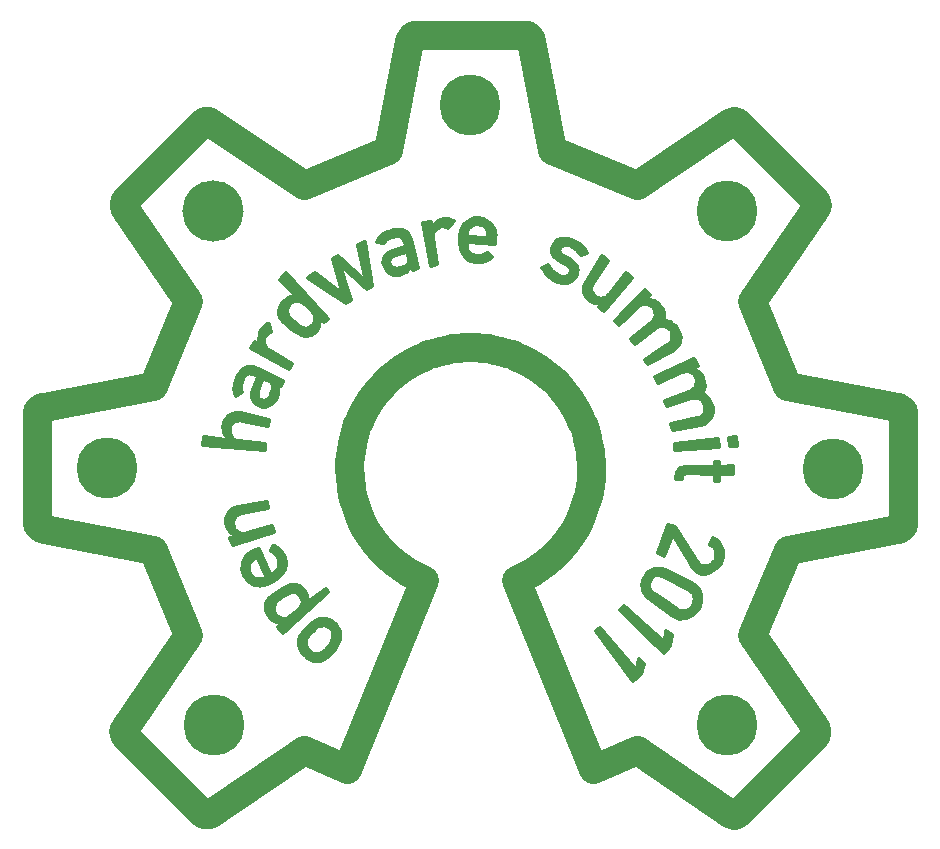
<source format=gbr>
G04 start of page 6 for group -4063 idx -4063 *
G04 Title: (unknown), componentmask *
G04 Creator: pcb 20091103 *
G04 CreationDate: Fri Aug 12 04:18:29 2011 UTC *
G04 For: oskay *
G04 Format: Gerber/RS-274X *
G04 PCB-Dimensions: 305000 295000 *
G04 PCB-Coordinate-Origin: lower left *
%MOIN*%
%FSLAX25Y25*%
%LNFRONTMASK*%
%ADD16C,0.2030*%
%ADD17C,0.0120*%
%ADD18C,0.0240*%
%ADD19C,0.0950*%
%ADD33C,0.2040*%
G54D16*X237339Y209769D03*
Y38469D03*
X272739Y123969D03*
X151739Y245269D03*
X66139Y38469D03*
X30539Y124069D03*
G54D33*X66039Y209769D03*
G54D17*X83833Y112655D02*X84148Y110919D01*
X83833Y112656D02*X84148Y110919D01*
X77339Y102380D02*X85640Y104772D01*
X77339Y102381D02*X85640Y104772D01*
X86264Y102862D01*
X72516Y98419D02*X86264Y102862D01*
X76544Y102229D02*X77339Y102381D01*
G54D18*X73039Y100169D02*X85039Y103569D01*
X73039Y100169D02*Y99569D01*
X77839Y101169D01*
G54D17*X74467Y102658D02*X75096Y102381D01*
X75793Y102233D01*
X72966Y101127D02*X73088Y101180D01*
X72998Y101931D02*X73111Y101870D01*
X72544Y102169D02*X72998Y101931D01*
G54D18*X73539Y102469D02*X76939Y100769D01*
X85039Y103569D01*
G54D17*X72224Y110458D02*X73125Y110969D01*
X74214Y111267D01*
G54D18*X73939Y110069D02*X75439Y110269D01*
G54D17*X74901Y108836D02*X75673Y109080D01*
X74239Y108472D02*X74901Y108836D01*
X75673Y109081D01*
G54D18*X73639Y109169D02*X76039Y110169D01*
G54D17*X74214Y111267D02*X83833Y112655D01*
X74214Y111267D02*X83833Y112656D01*
X75673Y109080D02*X84148Y110919D01*
X75673Y109081D02*X84148Y110919D01*
G54D18*X75439Y110269D02*X83039Y111669D01*
G54D17*X73693Y108008D02*X74239Y108472D01*
X73267Y107461D02*X73693Y108008D01*
X72967Y106849D02*X73267Y107461D01*
X72796Y106192D02*X72967Y106849D01*
G54D18*X71839Y108869D02*X73939Y110069D01*
X72339Y107669D02*X73639Y109169D01*
G54D17*X72760Y105506D02*X72796Y106192D01*
X72760Y105506D02*X72864Y104811D01*
X73103Y104142D01*
X73458Y103552D01*
X73916Y103053D01*
X74467Y102658D01*
G54D18*X72539Y103369D02*X73539Y102469D01*
G54D17*X74467Y102658D02*X75096Y102380D01*
X75793Y102233D01*
X76544Y102229D01*
X77339Y102380D01*
X71783Y100779D02*X72516Y98419D01*
X73281Y101544D02*Y101512D01*
X73260Y101668D02*X73281Y101544D01*
X73201Y101780D02*X73260Y101668D01*
X73111Y101870D02*X73201Y101780D01*
X72966Y101126D02*X73088Y101180D01*
X73187Y101269D01*
X73254Y101383D01*
X73281Y101512D01*
X72544Y102169D02*X73111Y101870D01*
X71783Y100779D02*X72966Y101126D01*
X71783Y100779D02*X72966Y101127D01*
X72115Y102489D02*X72544Y102169D01*
X71716Y102878D02*X72115Y102489D01*
X71353Y103324D02*X71716Y102878D01*
X71033Y103816D02*X71353Y103324D01*
X70762Y104339D02*X71033Y103816D01*
X70547Y104883D02*X70762Y104339D01*
X70394Y105435D02*X70547Y104883D01*
G54D18*X71439Y105969D02*X72539Y103369D01*
G54D17*X70298Y106274D02*X70394Y105435D01*
X70298Y106274D02*X70356Y107178D01*
X70573Y108096D01*
G54D18*X71439Y105969D02*X71839Y108869D01*
G54D17*X70573Y108096D02*X70954Y108978D01*
X71502Y109778D01*
X70954Y108978D02*X71502Y109779D01*
Y109778D02*X72224Y110458D01*
X71502Y109779D02*X72224Y110458D01*
G54D19*X116790Y103939D02*X118360Y101455D01*
X115401Y106542D02*X116790Y103939D01*
X118360Y101455D02*X120103Y99098D01*
X114202Y109254D02*X115401Y106542D01*
X113201Y112068D02*X114202Y109254D01*
X112407Y114973D02*X113201Y112068D01*
X111829Y117963D02*X112407Y114973D01*
X111476Y121027D02*X111829Y117963D01*
X111356Y124157D02*X111476Y121027D01*
X111356Y124157D02*X111409Y126231D01*
X111564Y128278D01*
X111821Y130295D01*
X112175Y132280D01*
X112625Y134230D01*
X113168Y136143D01*
X113801Y138015D01*
X114523Y139845D01*
X115330Y141630D01*
X116219Y143368D01*
X117189Y145056D01*
X118237Y146690D01*
X119361Y148271D01*
X120557Y149793D01*
X121823Y151256D01*
X123158Y152654D01*
X124557Y153989D01*
G54D17*X74214Y142619D02*X75326Y142485D01*
X84740Y140125D01*
X84283Y138105D02*X84740Y140125D01*
X75847Y139951D02*X84283Y138105D01*
Y138106D02*X84740Y140125D01*
X75847Y139952D02*X84283Y138106D01*
X83139Y130087D02*X83351Y132100D01*
X75038Y140045D02*X75847Y139952D01*
G54D18*X74339Y141469D02*X83739Y139169D01*
G54D17*X74734Y133110D02*X83351Y132100D01*
X75038Y140045D02*X75847Y139951D01*
X74284Y139976D02*X75038Y140045D01*
X73596Y139761D02*X74284Y139976D01*
X72986Y139418D02*X73596Y139761D01*
X72467Y138963D02*X72986Y139418D01*
X72051Y138414D02*X72467Y138963D01*
X71751Y137789D02*X72051Y138414D01*
X71577Y137103D02*X71751Y137789D01*
X71533Y136390D02*X71577Y137103D01*
G54D18*X70339Y138169D02*X71039Y135169D01*
X70439Y138069D02*X71039Y135169D01*
G54D17*X71533Y136390D02*X71614Y135698D01*
X71825Y135048D01*
X72169Y134460D01*
X72644Y133961D01*
G54D18*X71639Y133969D02*X72639Y132869D01*
G54D17*X72644Y133961D02*X73238Y133561D01*
X73939Y133274D01*
X74734Y133110D01*
X62621Y131792D02*X83139Y130087D01*
G54D18*X63539Y133469D02*X82239Y131169D01*
X64939Y132769D02*X82239Y131169D01*
X64939Y132769D02*X72639Y132869D01*
G54D17*X62621Y131792D02*X62929Y134499D01*
X70259Y133630D01*
X62929Y134499D02*X70259Y133631D01*
G54D18*X63539Y133469D02*X63739Y132869D01*
G54D17*X70259Y133630D02*X70420Y133647D01*
X70564Y133727D01*
X70667Y133853D01*
X70709Y134010D01*
X70259Y133631D02*X70420Y133647D01*
X70568Y134357D02*X70667Y134233D01*
X70709Y134080D02*Y134010D01*
X70667Y134233D02*X70709Y134080D01*
X70241Y134754D02*X70568Y134357D01*
X69969Y135220D02*X70241Y134754D01*
X70709Y134081D02*Y134010D01*
X70667Y134233D02*X70709Y134081D01*
X69752Y135739D02*X69969Y135220D01*
X69592Y136297D02*X69752Y135739D01*
X69488Y136879D02*X69592Y136297D01*
X69442Y137471D02*X69488Y136879D01*
X69442Y137471D02*X69454Y138059D01*
X69442Y137472D02*X69488Y136879D01*
X69442Y137472D02*X69454Y138059D01*
X69723Y139330D02*X70052Y140034D01*
X70502Y140709D01*
X71063Y141325D01*
X71724Y141854D01*
X72477Y142265D01*
X73310Y142531D01*
X74214Y142619D01*
X69454Y138059D02*X69526Y138626D01*
X69723Y139330D01*
X69454Y138059D02*X69526Y138627D01*
X69723Y139330D01*
G54D18*X72339Y141169D02*X74339Y141469D01*
X73239Y141269D02*X73939Y140769D01*
X70339Y138169D02*X72339Y141169D01*
X70439Y138069D02*X73239Y141269D01*
G54D17*X80899Y149610D02*X81094Y150258D01*
X80805Y149010D02*X80899Y149610D01*
X80805Y149010D02*X80812Y148463D01*
X80921Y147969D01*
X81126Y147542D01*
X81424Y147188D01*
X81800Y146913D01*
X82239Y146722D01*
X82678Y146621D01*
X83137Y146606D01*
G54D18*X79839Y148169D02*X80739Y146469D01*
G54D17*X87131Y151126D02*X87523Y150493D01*
X87691Y149879D01*
X87689Y149515D02*X87691Y149879D01*
X87622Y149079D02*X87689Y149515D01*
X87485Y148546D02*X87622Y149079D01*
X87273Y147899D02*X87485Y148546D01*
X86819Y146867D02*X87273Y147899D01*
X86287Y146047D02*X86819Y146867D01*
G54D18*X86339Y148269D02*X86739Y150369D01*
G54D17*X85683Y145425D02*X86287Y146047D01*
G54D18*X84539Y145869D02*X86339Y148269D01*
G54D17*X85016Y144986D02*X85683Y145425D01*
X84288Y144711D02*X85016Y144986D01*
X83502Y144592D02*X84288Y144711D01*
X82666Y144626D02*X83502Y144592D01*
X81789Y144813D02*X82666Y144626D01*
X81021Y145108D02*X81789Y144813D01*
X80349Y145533D02*X81021Y145108D01*
X79789Y146075D02*X80349Y145533D01*
X79358Y146722D02*X79789Y146075D01*
G54D18*X80739Y146469D02*X82639Y145669D01*
X84539Y145869D01*
G54D17*X83137Y146606D02*X83599Y146692D01*
X84046Y146896D01*
X84458Y147219D01*
X84833Y147665D01*
X85169Y148238D01*
X85466Y148940D01*
X85758Y149775D01*
X85963Y150486D01*
X86049Y151111D01*
X85987Y151686D02*X86049Y151111D01*
X85890Y151958D02*X85987Y151686D01*
X85746Y152214D02*X85890Y151958D01*
G54D18*X86539Y153469D02*X86639Y152169D01*
G54D17*X85557Y152449D02*X85746Y152214D01*
X85557Y152447D02*X85746Y152214D01*
X85325Y152657D02*X85557Y152449D01*
X84752Y153029D02*X85325Y152657D01*
X84006Y153383D02*X84752Y153029D01*
X82965Y153840D02*X84006Y153383D01*
X79067Y147468D02*X79358Y146722D01*
X78944Y148313D02*X79067Y147468D01*
X78944Y148313D02*X79010Y149256D01*
G54D18*X79839Y148169D02*X80239Y150069D01*
G54D17*X79010Y149256D02*X79287Y150297D01*
X85325Y152657D02*X85557Y152447D01*
X82530Y153776D02*X82721Y153872D01*
X81094Y150258D02*X82412Y153596D01*
X79287Y150297D02*X80881Y154322D01*
G54D18*X80239Y150069D02*X81539Y154169D01*
G54D17*X82791Y153872D02*X82965Y153840D01*
X82721Y153872D02*X82791D01*
X82412Y153596D02*X82530Y153776D01*
X80881Y154322D02*X80911Y154456D01*
X80895Y154592D02*X80911Y154456D01*
X80839Y154715D02*X80895Y154592D01*
X80747Y154811D02*X80839Y154715D01*
X80676Y154843D02*X80747Y154811D01*
G54D18*X81539Y153969D02*X82339Y155269D01*
G54D17*X78143Y157968D02*X79188Y157904D01*
X80329Y157518D01*
X79216Y155467D02*X80676Y154843D01*
X78650Y155638D02*X79216Y155467D01*
G54D18*X78139Y156869D02*X81439Y155869D01*
G54D17*X76304Y154336D02*X76681Y154856D01*
X75960Y153706D02*X76304Y154336D01*
X75960Y153707D02*X76304Y154336D01*
X73966Y154281D02*X74405Y155133D01*
X74904Y155899D01*
X75457Y156564D01*
X76061Y157115D01*
X76713Y157542D01*
G54D18*X74939Y154369D02*X76539Y156069D01*
G54D17*X75641Y152972D02*X75960Y153706D01*
X75302Y151878D02*X75641Y152972D01*
X75191Y150889D02*X75302Y151878D01*
X75191Y150889D02*X75313Y150229D01*
X75602Y149635D01*
X73693Y148175D02*X75602Y149635D01*
X73218Y149301D02*X73693Y148175D01*
G54D18*X74239Y149669D02*X74339Y150069D01*
X74239Y151969D02*Y149669D01*
G54D17*X75641Y152972D02*X75960Y153707D01*
X73061Y150565D02*X73218Y149301D01*
X73061Y150565D02*X73195Y151928D01*
X73590Y153351D01*
X73966Y154281D01*
X73061Y150567D02*X73195Y151929D01*
X73590Y153351D01*
X73061Y150567D02*X73218Y149301D01*
G54D18*X74239Y151969D02*X74939Y154369D01*
G54D17*X76681Y154856D02*X77101Y155261D01*
X76713Y157542D02*X77408Y157829D01*
X78143Y157968D01*
X77408Y157831D02*X78143Y157968D01*
X76713Y157542D02*X77408Y157831D01*
X78095Y155660D02*X78650Y155638D01*
X77572Y155533D02*X78095Y155660D01*
X77101Y155261D02*X77572Y155533D01*
G54D18*X76539Y156069D02*X78139Y156869D01*
G54D19*X62965Y239564D02*X63389Y239690D01*
X62567Y239354D02*X62965Y239564D01*
X62208Y239061D02*X62567Y239354D01*
X65087D02*X65447Y239061D01*
X64689Y239564D02*X65087Y239354D01*
X64264Y239690D02*X64689Y239564D01*
X36801Y213600D02*X62208Y239061D01*
X65447D02*X96198Y218347D01*
X124301Y230000D01*
X63827Y239732D02*X64264Y239690D01*
X63389D02*X63827Y239732D01*
X36515Y213249D02*X36801Y213600D01*
X36324Y212867D02*X36515Y213249D01*
X36221Y212463D02*X36324Y212867D01*
X36200Y212042D02*X36221Y212463D01*
G54D17*X80329Y157518D02*X89356Y153281D01*
X84772Y163389D02*X92308Y158907D01*
X91337Y157139D02*X92308Y158907D01*
G54D18*X81439Y155869D02*X88039Y152769D01*
G54D17*X88521Y151410D02*X89356Y153281D01*
X87621Y151789D02*X88521Y151410D01*
X87419Y151803D02*X87621Y151789D01*
X87234Y151718D02*X87419Y151803D01*
X87202Y151686D02*X87234Y151718D01*
X87171Y151647D02*X87202Y151686D01*
X87091Y151533D02*X87171Y151647D01*
X87057Y151396D02*X87091Y151533D01*
X87057Y151396D02*X87070Y151254D01*
X87131Y151126D01*
X78727Y164083D02*X91337Y157139D01*
X83572Y164469D02*X84085Y163894D01*
G54D18*X80139Y164369D02*X91039Y158569D01*
X80139Y164969D02*X83039Y163469D01*
X82239Y164969D02*X83039Y163469D01*
G54D17*X78727Y164083D02*X79943Y166269D01*
G54D18*X80139Y164969D02*Y164369D01*
G54D19*X45866Y151513D02*X57515Y179669D01*
G54D17*X79943Y166269D02*X80984Y165646D01*
X81138Y165599D01*
X81298Y165618D01*
X81442Y165694D01*
X81544Y165819D01*
X81576Y165883D01*
X81625Y166039D01*
X81615Y166199D02*X81625Y166039D01*
X81407Y167231D02*X81615Y166199D01*
X81407Y167231D02*X81480Y168363D01*
X81801Y169489D01*
X83071Y167046D02*X83264Y167653D01*
X82990Y166406D02*X83071Y167046D01*
X83225Y165093D02*X83572Y164469D01*
G54D18*X82239Y165669D02*Y164969D01*
Y165669D02*X82439Y167769D01*
G54D17*X83556Y168211D02*X83895Y168638D01*
X83264Y167653D02*X83556Y168211D01*
X83071Y167044D02*X83264Y167653D01*
X82990Y166406D02*X83071Y167044D01*
X82990Y166406D02*X83036Y165749D01*
X83225Y165093D01*
X83572Y164468D01*
X84085Y163894D01*
X84772Y163389D01*
X84669Y172307D02*X85293Y169529D01*
X84006Y171993D02*X84669Y172307D01*
X84771Y169281D02*X85293Y169529D01*
X84303Y168989D02*X84771Y169281D01*
X83895Y168638D02*X84303Y168989D01*
G54D18*X82439Y167769D02*X83339Y170169D01*
G54D17*X81801Y169489D02*X82341Y170507D01*
X82814Y171082D01*
X83379Y171582D01*
X84006Y171993D01*
G54D18*X83339Y170169D02*X84039Y171069D01*
Y170069D01*
G54D17*X90919Y175297D02*X91329Y174563D01*
X91870Y173882D01*
X92500Y173249D01*
X93176Y172654D01*
X90766Y171714D02*X91748Y170918D01*
G54D18*X89739Y174169D02*X93639Y170769D01*
G54D17*X99848Y172688D02*X100119Y173547D01*
X100113Y174379D02*X100119Y173547D01*
X99876Y175156D02*X100113Y174379D01*
X99468Y175865D02*X99876Y175156D01*
X98948Y176522D02*X99468Y175865D01*
X98948Y176524D02*X99468Y175865D01*
X98364Y177140D02*X98948Y176524D01*
X95380Y179494D02*X95902Y179221D01*
X94837Y179694D02*X95380Y179494D01*
X89979Y172388D02*X90766Y171714D01*
X89366Y172963D02*X89979Y172388D01*
X88906Y173458D02*X89366Y172963D01*
X88570Y173894D02*X88906Y173458D01*
X88332Y174303D02*X88570Y173894D01*
G54D18*X88939Y175569D02*X89739Y174169D01*
X89639Y175669D02*X90339Y173869D01*
G54D17*X88164Y174714D02*X88332Y174303D01*
X88039Y175156D02*X88164Y174714D01*
X87957Y175639D02*X88039Y175156D01*
X87949Y176167D02*X87957Y175639D01*
X87949Y176167D02*X88012Y176725D01*
X88348Y177881D02*X88619Y178449D01*
X88955Y178992D01*
X89356Y179496D01*
X90155Y180196D01*
X88012Y176725D02*X88146Y177301D01*
X88348Y177881D01*
G54D18*X88939Y175569D02*X89439Y177969D01*
X89639Y175669D02*X89939Y178169D01*
G54D17*X93176Y172654D02*X93858Y172086D01*
X94553Y171556D01*
X95271Y171108D01*
X96025Y170783D01*
X93858Y172086D02*X94553Y171557D01*
X95271Y171108D01*
X96025Y170783D02*X96816Y170644D01*
X97634Y170749D01*
X98455Y171131D01*
X99252Y171825D01*
X99848Y172688D01*
G54D18*X99739Y170569D02*X100439Y172069D01*
G54D17*X102969Y172693D02*X104216Y173940D01*
X102101Y173522D02*X102969Y172693D01*
X102005Y173579D02*X102101Y173522D01*
X101898Y173601D02*X102005Y173579D01*
X101787Y173593D02*X101898Y173601D01*
X101680Y173558D02*X101787Y173593D01*
X101584Y173499D02*X101680Y173558D01*
X101507Y173418D02*X101584Y173499D01*
X101507Y173419D02*X101584Y173499D01*
X101456Y173322D02*X101507Y173418D01*
X101439Y173214D02*X101456Y173322D01*
X101432Y172233D02*X101439Y173214D01*
X101260Y171318D02*X101432Y172233D01*
G54D18*X100439Y172069D02*X100839Y173669D01*
G54D17*X101456Y173322D02*X101507Y173419D01*
G54D18*X102739Y174169D02*X103139Y173969D01*
X101039Y174369D02*X101439Y174869D01*
X100839Y173669D02*X101039Y174369D01*
G54D17*X100892Y170457D02*X101260Y171318D01*
X100294Y169639D02*X100892Y170457D01*
X99862Y169204D02*X100294Y169639D01*
G54D18*X98339Y169669D02*X99739Y170569D01*
X96239Y169469D02*X98339Y169669D01*
G54D17*X99443Y168868D02*X99862Y169204D01*
X99027Y168619D02*X99443Y168868D01*
X98608Y168446D02*X99027Y168619D01*
X98178Y168333D02*X98608Y168446D01*
X97730Y168272D02*X98178Y168333D01*
X97257Y168249D02*X97730Y168272D01*
X96751Y168250D02*X97257Y168249D01*
X96296Y168267D02*X96751Y168250D01*
X95864Y168332D02*X96296Y168267D01*
X95416Y168469D02*X95864Y168332D01*
X94912Y168700D02*X95416Y168469D01*
X94317Y169044D02*X94912Y168700D01*
X93607Y169518D02*X94317Y169044D01*
X92758Y170138D02*X93607Y169518D01*
X91748Y170918D02*X92758Y170138D01*
G54D18*X93639Y170769D02*X96239Y169469D01*
G54D19*X9506Y144443D02*X45866Y151513D01*
X9043Y144397D02*X9506Y144443D01*
X8610Y144267D02*X9043Y144397D01*
X8216Y144058D02*X8610Y144267D01*
X7871Y143783D02*X8216Y144058D01*
X7585Y143449D02*X7871Y143783D01*
X7369Y143063D02*X7585Y143449D01*
X7232Y142635D02*X7369Y143063D01*
X7184Y142175D02*X7232Y142635D01*
X7184Y142175D02*Y106194D01*
X7233Y105744D01*
X7372Y105341D01*
X7591Y104986D01*
X7879Y104679D01*
X8225Y104420D01*
X8619Y104209D01*
X9050Y104046D01*
X9506Y103932D01*
X45812Y96862D01*
G54D17*X100712Y71028D02*X101406Y71425D01*
X100347Y70737D02*X100712Y71028D01*
X99951Y70376D02*X100347Y70737D01*
X99502Y69933D02*X99951Y70376D01*
X98976Y69394D02*X99502Y69933D01*
G54D18*X97639Y69969D02*X101439Y72669D01*
G54D17*X98445Y68829D02*X98976Y69394D01*
X98023Y68334D02*X98445Y68829D01*
X97695Y67892D02*X98023Y68334D01*
X97446Y67485D02*X97695Y67892D01*
X97137Y66711D02*X97446Y67485D01*
X96996Y65954D02*X97137Y66711D01*
X96996Y65954D02*X97026Y65198D01*
X97272Y64423D01*
X96562Y70166D02*X97343Y70957D01*
X98168Y71728D01*
X98892Y72349D01*
X98168Y71728D02*X98892Y72350D01*
X97272Y64423D02*X97709Y63685D01*
X98314Y63042D01*
X99025Y62541D01*
X99796Y62202D01*
X100581Y62055D01*
X98314Y63042D02*X99025Y62542D01*
X99796Y62202D01*
X100581Y62056D01*
X101336Y62135D01*
X98892Y72349D02*X99536Y72839D01*
X100121Y73214D01*
X100667Y73488D01*
X101201Y73682D01*
X101749Y73806D01*
X102339Y73869D01*
X99536Y72840D02*X100121Y73214D01*
X102509Y71709D02*X102827Y71722D01*
X102165Y71651D02*X102509Y71709D01*
X102165Y71652D02*X102509Y71709D01*
X102133Y71651D02*X102165D01*
X101406Y71425D02*X102133Y71651D01*
Y71652D02*X102165D01*
X101406Y71425D02*X102133Y71652D01*
X98892Y72350D02*X99536Y72840D01*
X104866Y65247D02*X105249Y65773D01*
X105550Y66234D01*
X105779Y66649D01*
X106038Y67401D01*
X106126Y68140D01*
X106158D01*
X106110Y68837D02*X106158Y68140D01*
X105889Y69548D02*X106110Y68837D01*
X105490Y70234D02*X105889Y69548D01*
X104911Y70854D02*X105490Y70234D01*
X103883Y71487D02*X104911Y70854D01*
X102827Y71722D02*X103883Y71487D01*
X102339Y73869D02*X102796Y73882D01*
X103246Y73869D01*
X103943Y73810D01*
X104682Y73616D01*
X105491Y73219D01*
X106402Y72551D01*
X106979Y72008D01*
X107432Y71475D01*
X105491Y73219D02*X106402Y72552D01*
X106979Y72008D01*
G54D18*X103539Y72769D02*X105339Y71869D01*
X106739Y70369D01*
G54D17*X107432Y71475D02*X107776Y70954D01*
X108027Y70444D01*
X108201Y69945D01*
X108313Y69460D01*
X108379Y68987D01*
X108027Y70444D02*X108201Y69946D01*
X108313Y69460D01*
X108379Y68987D02*X108415Y68526D01*
X108424Y67934D01*
X108367Y67381D02*X108424Y67934D01*
X108240Y66837D02*X108367Y67381D01*
X108379Y68987D02*X108415Y68527D01*
X108424Y67934D01*
X108036Y66269D02*X108240Y66837D01*
X107743Y65650D02*X108036Y66269D01*
X107343Y64955D02*X107743Y65650D01*
X106820Y64162D02*X107343Y64955D01*
X106158Y63247D02*X106820Y64162D01*
Y64163D02*X107343Y64955D01*
X106158Y63247D02*X106820Y64163D01*
G54D18*X106739Y70369D02*X107339Y68369D01*
X106739Y66169D02*X107339Y68369D01*
X104939Y63669D02*X106739Y66169D01*
G54D17*X100581Y62055D02*X101336Y62135D01*
X102060Y62416D01*
X102756Y62868D01*
X103112Y63181D01*
X103490Y63569D01*
X103910Y64049D01*
X104390Y64636D01*
X104866Y65247D01*
G54D18*X101439Y61069D02*X103139Y61569D01*
G54D17*X105473Y62369D02*X106158Y63247D01*
X104848Y61659D02*X105473Y62369D01*
X104266Y61096D02*X104848Y61659D01*
X103713Y60661D02*X104266Y61096D01*
X103173Y60334D02*X103713Y60661D01*
G54D18*X103139Y61569D02*X104939Y63669D01*
G54D17*X102629Y60096D02*X103173Y60334D01*
X102067Y59927D02*X102629Y60096D01*
X101471Y59807D02*X102067Y59927D01*
X101022Y59760D02*X101471Y59807D01*
G54D19*X110705Y23983D02*X136383Y86886D01*
G54D17*X100516Y59764D02*X101022Y59760D01*
X99963Y59826D02*X100516Y59764D01*
X99372Y59956D02*X99963Y59826D01*
X98753Y60164D02*X99372Y59956D01*
G54D18*X99539Y61069D02*X101439D01*
X97939Y62069D02*X99539Y61069D01*
G54D19*X96144Y30028D02*X110705Y23983D01*
G54D17*X98115Y60457D02*X98753Y60164D01*
X97468Y60845D02*X98115Y60457D01*
X96822Y61337D02*X97468Y60845D01*
X96235Y61904D02*X96822Y61337D01*
G54D18*X96639Y63469D02*X97939Y62069D01*
G54D17*X95750Y62505D02*X96235Y61904D01*
X95359Y63124D02*X95750Y62505D01*
X95056Y63743D02*X95359Y63124D01*
X94835Y64346D02*X95056Y63743D01*
G54D18*X95639Y65669D02*X96639Y63469D01*
G54D17*X94689Y64914D02*X94835Y64346D01*
X94612Y65433D02*X94689Y64914D01*
X94597Y65883D02*X94612Y65433D01*
X94597Y65883D02*X94637Y66491D01*
X94725Y67069D01*
X94881Y67636D01*
X95123Y68210D01*
X95471Y68811D01*
G54D18*X95639Y65669D02*X96539Y68469D01*
G54D17*X95471Y68811D02*X95944Y69457D01*
X96562Y70166D01*
G54D18*X96539Y68469D02*X98039Y70069D01*
G54D19*X133681Y88110D02*X136383Y86886D01*
X131089Y89522D02*X133681Y88110D01*
X128618Y91114D02*X131089Y89522D01*
X126274Y92875D02*X128618Y91114D01*
X124068Y94799D02*X126274Y92875D01*
X122008Y96876D02*X124068Y94799D01*
X120103Y99098D02*X122008Y96876D01*
G54D17*X96014Y83929D02*X96404Y83457D01*
X96904Y82597D01*
X97158Y81723D01*
X97227Y80778D01*
X97169Y79708D02*X97227Y80778D01*
X97169Y79708D02*X97183Y79601D01*
X97227Y79504D01*
X97297Y79423D01*
X97385Y79359D01*
X97485Y79318D01*
X97590Y79302D01*
X97695Y79315D01*
X97793Y79361D01*
X103554Y83939D01*
X104461Y82897D01*
X95465Y78004D02*X95766Y78750D01*
X95836Y79575D01*
X89254Y69150D02*X104461Y82897D01*
G54D18*X101439Y72669D02*X103539Y72769D01*
X89239Y70569D02*X103339Y82869D01*
X96139Y77469D02*X96539Y79669D01*
G54D17*X93137Y75676D02*X93788Y76197D01*
X94423Y76747D01*
X94997Y77343D01*
X95465Y78004D01*
X93137Y75677D02*X93788Y76197D01*
X95634Y80456D02*X95836Y79575D01*
X95118Y81374D02*X95634Y80456D01*
X94589Y81982D02*X95118Y81374D01*
X94036Y82418D02*X94589Y81982D01*
X93460Y82687D02*X94036Y82418D01*
X92861Y82794D02*X93460Y82687D01*
X90880Y82284D02*X91859Y82674D01*
X89929Y81724D02*X90880Y82284D01*
X90154Y73979D02*X90961Y74256D01*
X91729Y74663D01*
X92455Y75153D01*
X93137Y75677D01*
G54D18*X89539Y72669D02*X93039Y74569D01*
X95239Y82569D02*X95839Y82269D01*
X96239Y80869D01*
X96539Y79669D01*
G54D17*X207239Y57447D02*X208068Y60572D01*
X209630Y58875D01*
G54D18*X207539Y56069D02*X208539Y58969D01*
X207539Y55669D02*X208539Y58969D01*
G54D17*X195047Y70783D02*X206544Y57312D01*
X208589Y55332D02*X209630Y58875D01*
X205882Y53178D02*X208589Y55332D01*
G54D18*X206239Y54569D02*X207539Y56069D01*
X205239Y56969D02*X207539Y55669D01*
G54D17*X193658Y69703D02*X205882Y53178D01*
G54D18*X194839Y69569D02*X206239Y54569D01*
X204939Y57669D02*X205239Y56969D01*
X198939Y64469D02*X204939Y57669D01*
G54D17*X206544Y57312D02*X206716Y57198D01*
X206927Y57190D01*
X207120Y57277D01*
X207239Y57447D01*
X206927Y57190D02*X207120Y57278D01*
X207239Y57447D01*
X193658Y69703D02*X195047Y70783D01*
X202859Y78249D02*X216022Y66372D01*
X216490Y66334D02*X216614Y66443D01*
X201509Y76757D02*X202859Y78249D01*
X201509Y76757D02*X216337Y62521D01*
G54D18*X202939Y76969D02*X216539Y63769D01*
G54D17*X216684Y66649D02*X217064Y69915D01*
X218832Y68424D01*
X218311Y64707D02*X218832Y68424D01*
G54D18*X217539Y65469D02*X217739Y68369D01*
X217339Y65369D02*X217739Y68369D01*
G54D17*X216337Y62521D02*X218311Y64707D01*
G54D18*X216539Y63769D02*X217539Y65469D01*
X216339Y65069D02*X217339Y65369D01*
G54D17*X216022Y66372D02*X216166Y66296D01*
X216332Y66284D01*
X216490Y66334D01*
X216614Y66443D02*X216684Y66649D01*
G54D18*X212039Y68469D02*X216339Y65069D01*
G54D17*X223629Y76583D02*X224312Y76870D01*
X224936Y77275D01*
X225477Y77785D01*
X225259Y74804D02*X226298Y75499D01*
X224111Y74287D02*X225259Y74804D01*
X224312Y76870D02*X224936Y77276D01*
X225477Y77785D01*
X222905Y73994D02*X224111Y74287D01*
X221687Y73959D02*X222905Y73994D01*
X220491Y74228D02*X221687Y73959D01*
X219352Y74847D02*X220491Y74228D01*
G54D18*X224139Y75269D02*X226739Y76969D01*
X222039Y75169D02*X225939Y76769D01*
X221239Y75169D02*X224139Y75269D01*
G54D17*X216716Y87797D02*X224632Y83386D01*
G54D18*X218439Y88069D02*X226339Y83769D01*
X225439Y84669D02*X226339Y83769D01*
G54D17*X215634Y88255D02*X216716Y87797D01*
X215634Y88256D02*X216716Y87797D01*
X217584Y89810D02*X225989Y85540D01*
X227012Y89776D02*X227827Y89289D01*
X225477Y77785D02*X225918Y78383D01*
X226234Y79040D01*
X226425Y79720D01*
X226483Y80411D01*
X226407Y81097D02*X226483Y80411D01*
X226184Y81758D02*X226407Y81097D01*
X225816Y82373D02*X226184Y81758D01*
X225300Y82924D02*X225816Y82373D01*
X224632Y83386D02*X225300Y82924D01*
G54D18*X225439Y93969D02*X227039Y91369D01*
G54D17*X225989Y85540D02*X227064Y84808D01*
X227857Y83897D01*
G54D18*X225439Y84669D02*X227239Y83169D01*
G54D17*X228393Y82852D02*X228695Y81721D01*
X228782Y80544D01*
X228659Y79372D02*X228782Y80544D01*
X228347Y78254D02*X228659Y79372D01*
X227859Y77239D02*X228347Y78254D01*
X227180Y76327D02*X227859Y77239D01*
X226298Y75499D02*X227180Y76327D01*
X227857Y83897D02*X228393Y82852D01*
X225816Y82374D02*X226184Y81758D01*
X225300Y82924D02*X225816Y82374D01*
G54D18*X227239Y83169D02*X227839Y80469D01*
X227239Y82569D02*X227339Y79669D01*
X226239Y83169D02*X227239Y82569D01*
X226739Y76969D02*X227839Y80469D01*
X225939Y76769D02*X227339Y79669D01*
G54D17*X213173Y82171D02*X220639Y77033D01*
X221375Y76644D01*
X222136Y76450D01*
X222895Y76435D01*
X223629Y76583D01*
G54D18*X215039Y78969D02*X215439Y79369D01*
G54D17*X214601Y88421D02*X215634Y88255D01*
X214601Y88421D02*X215634Y88256D01*
X211784Y80435D02*X219352Y74847D01*
G54D18*X215039Y78969D02*X221239Y75169D01*
X215439Y79369D02*X222039Y75169D01*
G54D17*X213047Y88010D02*X213790Y88322D01*
X212394Y87494D02*X213047Y88010D01*
G54D18*X211139Y82669D02*X214739Y79769D01*
G54D17*X213790Y88322D02*X214601Y88421D01*
X213047Y88009D02*X213790Y88322D01*
X214080Y90646D02*X214894Y90635D01*
G54D18*X213839Y89569D02*X215339Y89469D01*
X218439Y88069D01*
G54D17*X214894Y90635D02*X215754Y90496D01*
X216654Y90223D01*
X217584Y89810D01*
X212816Y90397D02*X214080Y90646D01*
G54D18*X215439Y96169D02*X215639Y96069D01*
G54D17*X209044Y85036D02*X209140Y86001D01*
X209432Y86968D01*
G54D18*X210239Y84469D02*X210339Y86169D01*
G54D17*X209432Y86968D02*X209914Y87932D01*
X210716Y89015D01*
X211689Y89845D01*
X212816Y90397D01*
G54D18*X210339Y86169D02*X211439Y88369D01*
X213839Y89569D01*
G54D17*X211330Y84898D02*X211437Y84286D01*
X211684Y83706D01*
X212059Y83161D01*
X212557Y82650D01*
X213173Y82171D01*
X210770Y81301D02*X211784Y80435D01*
X210000Y82205D02*X210770Y81301D01*
X209464Y83136D02*X210000Y82205D01*
X209148Y84080D02*X209464Y83136D01*
X209044Y85036D02*X209148Y84080D01*
Y84081D02*X209464Y83136D01*
X209044Y85036D02*X209148Y84081D01*
G54D18*X210239Y84469D02*X211139Y82669D01*
G54D17*X212394Y87494D02*X213047Y88009D01*
X211855Y86787D02*X212394Y87494D01*
X211544Y86155D02*X211855Y86787D01*
X211368Y85523D02*X211544Y86155D01*
X211330Y84898D02*X211368Y85523D01*
G54D19*X177027Y92875D02*X179233Y94799D01*
X174683Y91114D02*X177027Y92875D01*
X172211Y89522D02*X174683Y91114D01*
X169619Y88110D02*X172211Y89522D01*
X166918Y86886D02*X169619Y88110D01*
X166918Y86886D02*X192595Y23983D01*
X207162Y30028D01*
X181294Y96876D02*X183200Y99098D01*
X207162Y30028D02*X237854Y9308D01*
X238214Y9016D01*
X238611Y8807D01*
X239036Y8682D01*
X240733Y9016D02*X241093Y9308D01*
X239036Y8682D02*X239473Y8641D01*
X239909Y8682D01*
X240334Y8807D01*
X240733Y9016D01*
X241093Y9308D02*X266500Y34775D01*
X266786Y35124D02*X266976Y35500D01*
X267045Y36723D02*X267100Y36306D01*
X266923Y37141D02*X267045Y36723D01*
X266739Y37554D02*X266923Y37141D01*
X266500Y37954D02*X266739Y37554D01*
X266500Y34775D02*X266786Y35124D01*
X266976Y35500D02*X267079Y35896D01*
X267100Y36306D01*
X245786Y68651D02*X266500Y37954D01*
X245786Y68651D02*X257493Y96862D01*
G54D17*X91859Y82674D02*X92861Y82794D01*
X90880Y82283D02*X91859Y82674D01*
X89929Y81724D02*X90880Y82283D01*
X89009Y81097D02*X89929Y81724D01*
X88277Y80568D02*X89009Y81097D01*
X87590Y80003D02*X88277Y80568D01*
X86987Y79386D02*X87590Y80003D01*
X85881Y81671D02*X86732Y82267D01*
X87794Y82968D01*
G54D18*X86839Y80569D02*X87339Y81669D01*
X89139Y82269D01*
G54D17*X86508Y78699D02*X86987Y79386D01*
X86216Y77927D02*X86508Y78699D01*
X86167Y77083D02*X86216Y77927D01*
X86167Y77083D02*X86394Y76186D01*
X86926Y75258D01*
X87664Y74497D01*
X92964Y85193D02*X93471Y85145D01*
X93945Y85073D01*
X94392Y84965D01*
X93945Y85073D02*X94392Y84966D01*
X92757Y85180D02*X92964Y85193D01*
X87794Y82968D02*X88739Y83570D01*
X89547Y84061D01*
X90233Y84449D01*
X90816Y84743D01*
X91308Y84944D01*
X91738Y85069D01*
X92131Y85134D01*
X92514Y85154D01*
X92757Y85180D01*
G54D18*X89139Y82269D02*X91039Y83669D01*
X92839Y83969D01*
G54D17*X94392Y84965D02*X94818Y84809D01*
X95227Y84593D01*
X95624Y84304D01*
X94818Y84810D02*X95227Y84593D01*
X94392Y84966D02*X94818Y84810D01*
X95624Y84304D02*X96014Y83929D01*
G54D18*X92839Y83969D02*X94939Y83669D01*
X95239Y82569D01*
G54D17*X87664Y74497D02*X88473Y74053D01*
X89314Y73892D01*
X90154Y73979D01*
X90961Y74255D01*
X91729Y74663D01*
X92455Y75152D01*
X93137Y75676D01*
X87479Y71162D02*X89254Y69150D01*
G54D18*X88939Y70969D02*X89239Y70569D01*
G54D17*X87479Y71162D02*X88418Y71928D01*
X88212Y72622D02*X88362Y72580D01*
X87214Y72820D02*X88212Y72622D01*
X88418Y71928D02*X88515Y72047D01*
X88561Y72192D01*
X88553Y72344D02*X88561Y72192D01*
X88489Y72480D02*X88553Y72344D01*
X88362Y72580D02*X88489Y72480D01*
Y72481D02*X88553Y72344D01*
X88362Y72580D02*X88489Y72481D01*
G54D18*X88739Y73269D02*X89539Y72669D01*
G54D17*X86207Y73253D02*X87214Y72820D01*
X85282Y73883D02*X86207Y73253D01*
X84527Y74674D02*X85282Y73883D01*
G54D18*X86439Y74069D02*X88739Y73269D01*
X85139Y76369D02*X86439Y74069D01*
G54D17*X84177Y75213D02*X84527Y74674D01*
X83897Y75785D02*X84177Y75213D01*
X83689Y76375D02*X83897Y75785D01*
X83548Y76970D02*X83689Y76375D01*
X83477Y77556D02*X83548Y76970D01*
X83472Y78118D02*X83477Y77556D01*
G54D19*X45812Y96862D02*X57515Y68651D01*
X36297Y37207D02*X57515Y68651D01*
X36129Y36364D02*X36297Y37207D01*
X36129Y36364D02*X36297Y35522D01*
G54D17*X83472Y78118D02*X83533Y78643D01*
X83659Y79117D01*
X83829Y79543D01*
X84040Y79930D01*
X84321Y80310D01*
X84701Y80711D01*
X85213Y81159D01*
X85881Y81671D01*
G54D18*X85839Y80569D02*X86839D01*
X84539Y77669D02*X85139Y76369D01*
X84539Y77669D02*X85139Y79569D01*
X85439Y77969D01*
X85839Y80569D01*
X85039Y75669D02*X85439D01*
G54D19*X65447Y9308D02*X96144Y30028D01*
X36297Y35522D02*X36801Y34775D01*
X64625Y8886D02*X65044Y9069D01*
X65447Y9308D01*
X62561Y9024D02*X62944Y8834D01*
X63350Y8731D01*
X63770Y8710D01*
X64198Y8764D01*
X64625Y8886D01*
X62208Y9308D02*X62561Y9024D01*
X36801Y34775D02*X62208Y9308D01*
G54D17*X80290Y94182D02*X80431Y94253D01*
X79527Y93735D02*X80290Y94182D01*
X78906Y93207D02*X79527Y93735D01*
X78431Y92612D02*X78906Y93207D01*
Y93208D02*X79527Y93735D01*
X78431Y92612D02*X78906Y93208D01*
X78104Y91964D02*X78431Y92612D01*
X77929Y91275D02*X78104Y91964D01*
X77904Y90572D02*X77929Y91275D01*
X77904Y90572D02*X78022Y89871D01*
X77904Y90573D02*X77929Y91275D01*
X77904Y90573D02*X78022Y89871D01*
X78244Y95787D02*X79422Y96375D01*
X80329Y87308D02*X81044Y87153D01*
X81814Y87148D01*
X82622Y87303D01*
X83454Y87624D01*
X83568Y87718D01*
X83638Y87849D01*
X83659Y87998D01*
X83627Y88144D02*X83659Y87998D01*
X85119Y88942D02*X85220Y88817D01*
X85361Y88741D01*
X85519Y88722D01*
X85672Y88768D01*
X86478Y89259D01*
X87135Y89822D01*
X80431Y94253D02*X80464D01*
X85846Y98317D02*X86494Y98039D01*
X87078Y97737D01*
X87604Y97404D01*
X85846Y98317D02*X86494Y98040D01*
X87078Y97738D01*
X87604Y97404D01*
X79422Y96375D02*X81441Y97069D01*
G54D18*X79139Y94769D02*X81039Y95769D01*
G54D17*X86632Y95464D02*X87209Y94843D01*
X85151Y96407D02*X85846Y98317D01*
G54D18*X86339Y96969D02*X86939Y96569D01*
G54D17*X80811Y94008D02*X83627Y88144D01*
X81441Y97069D02*X85119Y88942D01*
X85939Y95985D02*X86632Y95464D01*
X85151Y96407D02*X85939Y95985D01*
X80674Y94182D02*X80811Y94008D01*
X80464Y94253D02*X80674Y94182D01*
X80755Y94106D02*X80811Y94008D01*
X80674Y94182D02*X80755Y94106D01*
X80574Y94232D02*X80674Y94182D01*
X80464Y94253D02*X80574Y94232D01*
X78022Y89871D02*X78277Y89186D01*
X78650Y88556D01*
X75971Y89394D02*X76368Y88279D01*
X75790Y90573D02*X75971Y89394D01*
X75790Y90573D02*X75829Y91769D01*
X76091Y92935D01*
G54D18*X76939Y91969D02*Y89469D01*
G54D17*X87604Y97404D02*X88076Y97033D01*
X88500Y96619D01*
X87604Y97404D02*X88076Y97034D01*
X88500Y96619D01*
X89222Y95634D02*X89530Y95050D01*
X88500Y96619D02*X88880Y96154D01*
X89222Y95634D01*
G54D18*X86939Y96569D02*X88339Y95069D01*
G54D17*X89850Y90306D02*X90051Y90851D01*
X89569Y89753D02*X89850Y90306D01*
X89569Y89754D02*X89850Y90306D01*
X88169Y88054D02*X88735Y88627D01*
X87492Y87476D02*X88169Y88054D01*
X86699Y86893D02*X87492Y87476D01*
Y87477D02*X88169Y88054D01*
X86699Y86893D02*X87492Y87477D01*
G54D18*X85139Y87269D02*X87439Y88869D01*
G54D17*X85781Y86305D02*X86699Y86893D01*
X84881Y85814D02*X85781Y86305D01*
X84020Y85443D02*X84881Y85814D01*
X83198Y85183D02*X84020Y85443D01*
X85781Y86306D02*X86699Y86893D01*
X84881Y85814D02*X85781Y86306D01*
X87135Y89822D02*X87634Y90448D01*
X89850Y90306D02*X90051Y90852D01*
X89200Y89193D02*X89569Y89753D01*
X88735Y88627D02*X89200Y89193D01*
Y89194D02*X89569Y89754D01*
X88735Y88627D02*X89200Y89194D01*
G54D18*X87439Y88869D02*X88839Y90569D01*
G54D17*X82417Y85025D02*X83198Y85183D01*
X81677Y84963D02*X82417Y85025D01*
X80978Y84988D02*X81677Y84963D01*
X80320Y85091D02*X80978Y84988D01*
X79705Y85264D02*X80320Y85091D01*
X78598Y85790D02*X79705Y85264D01*
X77664Y86511D02*X78598Y85790D01*
X76916Y87363D02*X77664Y86511D01*
X76368Y88279D02*X76916Y87363D01*
G54D18*X77839Y88069D02*X79139Y86669D01*
X81539Y86069D01*
X84739Y86969D01*
G54D17*X89530Y95050D02*X89945Y94025D01*
X90195Y92984D01*
X90243Y91926D01*
X90051Y90851D02*X90243Y91926D01*
X90051Y90852D02*X90243Y91926D01*
X87634Y90448D02*X87968Y91128D01*
X88123Y91850D01*
X88113Y92594D02*X88123Y91850D01*
X87951Y93353D02*X88113Y92594D01*
X87652Y94118D02*X87951Y93353D01*
X87209Y94843D02*X87652Y94118D01*
G54D18*X88339Y95069D02*X89039Y92869D01*
X88839Y90569D02*X89039Y92869D01*
G54D17*X78650Y88556D02*X79120Y88025D01*
X79682Y87606D01*
X80329Y87308D01*
G54D18*X81039Y95769D02*X85139Y87269D01*
G54D17*X76091Y92935D02*X76579Y94023D01*
X77297Y94988D01*
X78244Y95787D01*
G54D18*X78039Y93969D02*X79139Y94769D01*
X76939Y91969D02*X78039Y93969D01*
X76939Y89469D02*X77839Y88069D01*
G54D17*X217726Y105261D02*X219983Y104599D01*
X219497Y101569D02*X219636Y101442D01*
X219312Y101619D02*X219497Y101569D01*
X219123Y101587D02*X219312Y101619D01*
X218973Y101474D02*X219123Y101587D01*
X218902Y101371D02*X218973Y101474D01*
G54D18*X218239Y103969D02*X219439Y103469D01*
G54D17*X219983Y104599D02*X227101Y93487D01*
X227511Y92833D01*
X227927Y92293D01*
X228373Y91874D01*
X228869Y91578D01*
X225223Y92035D02*Y91996D01*
X219636Y101442D02*X225223Y92035D01*
G54D18*X219439Y103469D02*X225439Y93969D01*
X219239Y103569D02*X227839Y90269D01*
G54D17*X216266Y94742D02*X218902Y101371D01*
X214254Y95712D02*X216266Y94742D01*
G54D18*X217039Y100469D02*X217239Y99669D01*
X216239Y96869D02*X217239Y99669D01*
G54D17*X214254Y95712D02*X217726Y105261D01*
X219497Y101570D02*X219636Y101442D01*
X219312Y101619D02*X219497Y101570D01*
G54D18*X215439Y96169D02*X218239Y103969D01*
X217039Y100469D02*X219239Y103569D01*
G54D19*X179233Y94799D02*X181294Y96876D01*
X184943Y101455D02*X186514Y103939D01*
X183200Y99098D02*X184943Y101455D01*
G54D17*X234772Y126126D02*X234804Y125021D01*
X234837Y124860D01*
X234772Y126127D02*X234804Y125021D01*
X233241Y126094D02*X233280Y124982D01*
X233241Y126094D02*X234772Y126126D01*
X233241Y126094D02*X234772Y126127D01*
X219912Y131997D02*X220118Y129985D01*
X219912Y131997D02*X234251Y133701D01*
X219912Y131997D02*X234251Y133702D01*
G54D18*X233539Y132569D02*Y132069D01*
X220839Y131069D02*X233539Y132569D01*
X220839Y131069D02*X232639Y131969D01*
G54D17*X219218Y136858D02*X228766Y138594D01*
X218800Y138839D02*X219218Y136858D01*
X218800Y138839D02*X227275Y140678D01*
G54D18*X219839Y138069D02*X229639Y140069D01*
X219839Y138069D02*X228939Y140169D01*
G54D17*X234251Y133701D02*X234527Y131161D01*
X234251Y133702D02*X234527Y131161D01*
X240359Y134396D02*X240643Y131650D01*
X238386Y131476D02*X240643Y131650D01*
X238386Y131477D02*X240643Y131650D01*
G54D18*X239639Y133269D02*Y132469D01*
G54D17*X238102Y134112D02*X238386Y131476D01*
X238102Y134112D02*X240359Y134396D01*
X238102Y134112D02*X238386Y131477D01*
G54D18*X239139Y133369D02*X239639Y133269D01*
G54D17*X235222Y124603D02*X239427Y124674D01*
X239389Y122030D02*X239427Y124674D01*
X239389Y122031D02*X239427Y124674D01*
X235190Y122133D02*X239389Y122031D01*
G54D18*X237439Y123369D02*X238239Y123769D01*
X238439Y123169D01*
X222939Y123269D02*X237439Y123369D01*
X234039Y123169D02*X238439D01*
G54D17*X234837Y124860D02*X234930Y124724D01*
X235065Y124632D01*
X235222Y124603D01*
G54D18*X234039Y125269D02*Y123169D01*
G54D19*X189505Y138015D02*X190139Y136143D01*
X190682Y134230D01*
X191132Y132280D01*
X191486Y130295D01*
X191741Y128278D01*
X191897Y126231D01*
X191950Y124157D01*
X191830Y121027D02*X191950Y124157D01*
X191476Y117963D02*X191830Y121027D01*
X190898Y114973D02*X191476Y117963D01*
X190104Y112068D02*X190898Y114973D01*
X189102Y109254D02*X190104Y112068D01*
X187904Y106542D02*X189102Y109254D01*
X186514Y103939D02*X187904Y106542D01*
G54D17*X228869Y91578D02*X229519Y91404D01*
X230198Y91402D01*
X230882Y91549D01*
X231544Y91822D01*
X232165Y92208D01*
X232723Y92700D01*
X233187Y93292D01*
X233525Y93976D01*
X233687Y94602D01*
X233739Y95244D01*
X233187Y93292D02*X233525Y93977D01*
X233687Y94602D01*
X233680Y95889D02*X233739Y95244D01*
X233515Y96516D02*X233680Y95889D01*
X233241Y97110D02*X233515Y96516D01*
X232862Y97654D02*X233241Y97110D01*
X233680Y95889D02*X233739Y95245D01*
X232377Y98130D02*X232862Y97654D01*
X231789Y98522D02*X232377Y98130D01*
X231789Y98522D02*X232377Y98131D01*
X232862Y97654D01*
X230062Y88929D02*X231229Y89175D01*
X228914Y88958D02*X230062Y88929D01*
X227827Y89289D02*X228914Y88958D01*
X226322Y90394D02*X227012Y89776D01*
X225733Y91136D02*X226322Y90394D01*
X225223Y91996D02*X225733Y91136D01*
X230062Y88929D02*X231229Y89176D01*
G54D18*X227039Y91369D02*X229539Y90369D01*
X231939Y90969D01*
X229939Y89969D02*X232439Y90669D01*
X227839Y90269D02*X229939Y89969D01*
G54D17*X231789Y98522D02*X232515Y100921D01*
X233459Y100428D01*
X234275Y99762D01*
X234948Y98946D01*
X235466Y98001D01*
X234948Y98946D02*X235466Y98002D01*
Y98001D02*X235843Y96873D01*
X236014Y95706D01*
X235466Y98002D02*X235843Y96873D01*
X236014Y95707D01*
G54D18*X234439Y96669D02*X234639Y94769D01*
Y97969D02*X235139Y95169D01*
X232939Y98869D02*X234439Y96669D01*
X232939Y99569D02*X234639Y97969D01*
X232939Y99569D02*Y98869D01*
G54D17*X235972Y94551D02*X236014Y95706D01*
X233687Y94602D02*X233739Y95245D01*
X235972Y94552D02*X236014Y95707D01*
X234390Y91277D02*X235161Y92314D01*
X233445Y90382D02*X234390Y91277D01*
X232373Y89668D02*X233445Y90382D01*
X231229Y89175D02*X232373Y89668D01*
X231229Y89176D02*X232373Y89668D01*
G54D18*X232439Y90669D02*X234639Y92869D01*
G54D17*X235711Y93455D02*X235972Y94551D01*
X235161Y92314D02*X235711Y93455D01*
Y93456D02*X235972Y94552D01*
X235161Y92314D02*X235711Y93456D01*
G54D18*X231939Y90969D02*X233739Y92369D01*
X234639Y94769D01*
Y92869D02*X235139Y95169D01*
G54D17*X235190Y122133D02*X239389Y122030D01*
X235029Y122104D02*X235190Y122133D01*
X234893Y122013D02*X235029Y122104D01*
X234893Y122014D02*X235029Y122104D01*
X234801Y121879D02*X234893Y122013D01*
X234772Y121722D02*X234801Y121879D01*
X234701Y119703D02*X234772Y121722D01*
X234801Y121880D02*X234893Y122014D01*
X234772Y121722D02*X234801Y121880D01*
X233177Y119742D02*X234701Y119703D01*
X233177Y119742D02*X233241Y121722D01*
X233223Y121890D02*X233241Y121722D01*
X233136Y122037D02*X233223Y121890D01*
G54D18*X234039Y125269D02*Y120669D01*
G54D17*X232997Y122139D02*X233136Y122037D01*
X232830Y122172D02*X232997Y122139D01*
X224008Y122346D02*X232830Y122172D01*
X223764Y124429D02*X232862Y124564D01*
X220118Y129985D02*X234527Y131161D01*
X232862Y124564D02*X233022Y124597D01*
X233157Y124690D01*
X233248Y124825D01*
X233280Y124982D01*
X222451Y121372D02*X222543Y121656D01*
X222414Y121060D02*X222451Y121372D01*
X222414Y121060D02*X222445D01*
X222414Y120333D02*X222445Y121060D01*
X220291Y120397D02*X222414Y120333D01*
X220291Y120397D02*X220362Y121580D01*
X220394D01*
X220477Y122264D01*
X220291Y120397D02*X220362Y121581D01*
X220394D01*
X220477Y122264D01*
G54D18*X221339Y121469D02*X221539Y121369D01*
X221739Y122569D01*
G54D17*X220477Y122264D02*X220648Y122838D01*
X220908Y123312D01*
X221262Y123696D01*
X221722Y124003D01*
X222290Y124229D01*
X222969Y124373D01*
X223764Y124429D01*
G54D18*X221739Y122569D02*X222939Y123269D01*
G54D17*X223402Y122311D02*X224008Y122346D01*
X222895Y122101D02*X223402Y122311D01*
X222690Y121903D02*X222895Y122101D01*
X222543Y121656D02*X222690Y121903D01*
X222895Y122102D02*X223402Y122311D01*
X222690Y121903D02*X222895Y122102D01*
G54D19*X295457Y104589D02*X295732Y104923D01*
X257493Y96862D02*X293848Y103932D01*
X294308Y103978D01*
X294736Y104108D01*
X295122Y104315D01*
X295457Y104589D01*
X295732Y104923D02*X295940Y105308D01*
X296070Y105735D01*
X296116Y106194D01*
Y142175D02*Y106194D01*
X296069Y142625D02*X296116Y142175D01*
X295937Y143029D02*X296069Y142625D01*
X295726Y143385D02*X295937Y143029D01*
X295448Y143693D02*X295726Y143385D01*
X295112Y143954D02*X295448Y143693D01*
X294727Y144165D02*X295112Y143954D01*
X294302Y144329D02*X294727Y144165D01*
X293848Y144443D02*X294302Y144329D01*
X257439Y151513D02*X293848Y144443D01*
G54D17*X226439Y160572D02*X227480Y158315D01*
G54D18*X226039Y159269D02*X226339Y158669D01*
G54D17*X226336Y157833D02*X227480Y158315D01*
X226439Y157029D02*X227384Y156618D01*
X228218Y155951D01*
X226195Y157718D02*X226336Y157833D01*
X217269Y144742D02*X225468Y147417D01*
X216645Y146651D02*X217269Y144742D01*
X216645Y146651D02*X224773Y149564D01*
G54D18*X217539Y145869D02*X227439Y149869D01*
G54D17*X224773Y149564D02*X225505Y149910D01*
X226108Y150357D01*
X226583Y150888D02*X226926Y151482D01*
G54D18*X225039Y148469D02*X227739Y148669D01*
X217539Y145869D02*X225039Y148469D01*
G54D17*X226108Y150357D02*X226583Y150888D01*
X226926Y151482D02*X227137Y152124D01*
X227214Y152794D01*
X226926Y151482D02*X227137Y152125D01*
X227214Y152794D01*
X214254Y152554D02*X222201Y156026D01*
X213386Y154393D02*X214254Y152554D01*
X213386Y154393D02*X226439Y160572D01*
G54D18*X222839Y157369D02*X225339Y156969D01*
G54D17*X227155Y153475D02*X227214Y152794D01*
X226959Y154149D02*X227155Y153475D01*
X226639Y154786D02*X226959Y154149D01*
G54D18*X214639Y153869D02*X226039Y159269D01*
X225339Y156969D02*X226939Y155669D01*
G54D17*X226120Y157550D02*X226195Y157718D01*
X226118Y157367D02*X226120Y157550D01*
X226118Y157367D02*X226194Y157203D01*
X226233Y157171D01*
X226265Y157139D01*
X226439Y157029D01*
X226219Y155343D02*X226639Y154786D01*
X225709Y155797D02*X226219Y155343D01*
X225120Y156129D02*X225709Y155797D01*
X224455Y156325D02*X225120Y156129D01*
X223733Y156379D02*X224455Y156325D01*
X222976Y156282D02*X223733Y156379D01*
X222201Y156026D02*X222976Y156282D01*
G54D18*X222839Y157369D02*X226339Y158669D01*
G54D19*X177286Y155256D02*X178748Y153989D01*
X180147Y152654D01*
X181482Y151256D01*
X182748Y149793D01*
X183944Y148271D01*
X185068Y146690D01*
X186116Y145056D01*
X187086Y143368D01*
X187976Y141630D01*
X188783Y139845D01*
X189505Y138015D01*
G54D17*X228218Y155951D02*X228907Y155085D01*
X229422Y154078D01*
X229789Y152728D01*
X229819Y151472D01*
X229582Y150322D02*X229819Y151472D01*
G54D19*X245786Y179669D02*X257439Y151513D01*
G54D17*X229145Y149288D02*X229582Y150322D01*
X229114Y149142D02*X229145Y149288D01*
X229114Y149142D02*X229134Y148994D01*
X229205Y148864D01*
X229319Y148767D01*
X229882Y148460D01*
G54D18*X226939Y155669D02*X228439Y153469D01*
X228839Y151069D01*
X227739Y148669D02*X228839Y151069D01*
X227439Y149869D02*X228339Y152669D01*
G54D17*X229882Y148460D02*X230401Y148072D01*
X230875Y147613D01*
X231301Y147088D01*
X231677Y146506D01*
X232001Y145875D01*
X231301Y147088D02*X231677Y146507D01*
X232001Y145875D01*
X228939Y146715D02*X229408Y146196D01*
X228375Y147132D02*X228939Y146715D01*
G54D18*X228139Y148269D02*X229939Y147169D01*
G54D17*X227732Y147426D02*X228375Y147132D01*
X227025Y147585D02*X227732Y147426D01*
X226265Y147588D02*X227025Y147585D01*
X225468Y147417D02*X226265Y147588D01*
X232001Y145875D02*X232270Y145203D01*
X232483Y144497D01*
X232601Y143668D01*
X232564Y142767D02*X232601Y143668D01*
X232001Y145875D02*X232270Y145204D01*
X232483Y144497D01*
X232364Y141845D02*X232564Y142767D01*
X230102Y143539D02*X230123Y144222D01*
X230014Y144915D02*X230123Y144222D01*
X229772Y145590D02*X230014Y144915D01*
X229408Y146196D02*X229772Y145590D01*
G54D18*X229939Y147169D02*X231139Y144869D01*
X231339Y142569D01*
G54D17*X231994Y140954D02*X232364Y141845D01*
X231454Y140145D02*X231994Y140954D01*
X230741Y139455D02*X231454Y140145D01*
X229848Y138924D02*X230741Y139455D01*
X228766Y138594D02*X229848Y138924D01*
X227275Y140678D02*X228047Y140920D01*
X228708Y141276D01*
X229251Y141732D01*
X229666Y142272D01*
X229950Y142883D01*
X230102Y143539D01*
G54D18*X230639Y140869D02*X231339Y142569D01*
X229639Y140069D02*X230639Y140869D01*
X228939Y140169D02*X230539Y141969D01*
G54D17*X216716Y173246D02*X217350Y173136D01*
X217964Y172939D01*
X217541Y170988D02*X218069Y170558D01*
X216948Y171296D02*X217541Y170988D01*
X216948Y171297D02*X217541Y170988D01*
X216298Y171478D02*X216948Y171296D01*
X215607Y171517D02*X216298Y171478D01*
X216948Y171297D01*
G54D18*X215839Y172569D02*X217739Y171969D01*
G54D17*X221714Y168642D02*X221834Y167706D01*
X221783Y166751D02*X221834Y167706D01*
X221543Y165826D02*X221783Y166751D01*
X221714Y168642D02*X221834Y167707D01*
X221783Y166751D02*X221834Y167707D01*
X217379Y165015D02*X218015Y165518D01*
X218507Y166093D01*
X218858Y166722D01*
X219068Y167386D01*
X219137Y168067D01*
X219069Y168744D02*X219137Y168067D01*
X221093Y164958D02*X221543Y165826D01*
X220415Y164181D02*X221093Y164958D01*
X219494Y163524D02*X220415Y164181D01*
X219069Y168746D02*X219137Y168067D01*
G54D18*X220139Y165469D02*X220839Y167269D01*
X218339Y163869D02*X220139Y165469D01*
X218439Y164569D02*X219939Y166269D01*
X220039Y168169D01*
G54D17*X217964Y172939D02*X218558Y172661D01*
X219125Y172310D01*
X219662Y171888D01*
X217964Y172939D02*X218558Y172663D01*
X219125Y172310D01*
X219662Y171888D02*X220165Y171401D01*
X220632Y170858D01*
X221057Y170263D01*
X221444Y169510D01*
X219662Y171888D02*X220165Y171403D01*
X220632Y170858D01*
X221444Y169510D02*X221714Y168642D01*
X218865Y169401D02*X219069Y168744D01*
X218523Y170018D02*X218865Y169401D01*
X218069Y170558D02*X218523Y170018D01*
X218865Y169401D02*X219069Y168746D01*
G54D18*X217739Y171969D02*X220139Y169869D01*
X220839Y167269D01*
G54D17*X210119Y160296D02*X211019Y158804D01*
X210119Y160296D02*X217379Y165015D01*
X206505Y165536D02*X213489Y170713D01*
X205290Y167138D02*X206505Y165536D01*
X205290Y167138D02*X212061Y172519D01*
G54D18*X206539Y166869D02*X214639Y172369D01*
X206539Y166869D02*X214139Y173169D01*
G54D17*X214895Y171404D02*X215607Y171517D01*
X214183Y171138D02*X214895Y171404D01*
X213489Y170713D02*X214183Y171138D01*
X212061Y172519D02*X212648Y173090D01*
X211019Y158804D02*X219494Y163524D01*
G54D18*X211439Y160169D02*X218339Y163869D01*
X211439Y160169D02*X218439Y164569D01*
G54D17*X209843Y183528D02*X211611Y181753D01*
X210743Y180885D02*X211611Y181753D01*
X210664Y180757D02*X210743Y180885D01*
X210637Y180608D02*X210664Y180757D01*
X210637Y180608D02*X210664Y180460D01*
X210743Y180332D01*
X210782Y180293D01*
X210923Y180210D01*
X211090Y180190D01*
X211604Y180192D01*
X212132Y180107D01*
X212664Y179944D01*
X213190Y179714D01*
G54D18*X211339Y179469D02*X211839Y179369D01*
X211339Y179469D02*X214039Y178069D01*
G54D17*X213190Y179714D02*X213698Y179424D01*
X214179Y179082D01*
X214619Y178697D01*
X215012Y178281D01*
X214179Y179082D02*X214619Y178699D01*
X215012Y178281D01*
X212058Y178169D02*X212582Y177689D01*
X212058Y178171D02*X212582Y177689D01*
X211466Y178533D02*X212058Y178171D01*
X215012Y178281D02*X215809Y177118D01*
X216269Y175950D01*
X216440Y174801D01*
X211466Y178533D02*X212058Y178169D01*
X210825Y178769D02*X211466Y178533D01*
X210151Y178872D02*X210825Y178769D01*
X209465Y178828D02*X210151Y178872D01*
X208780Y178628D02*X209465Y178828D01*
X208114Y178272D02*X208780Y178628D01*
X207483Y177760D02*X208114Y178272D01*
X201233Y171754D02*X207483Y177760D01*
X199805Y173175D02*X201233Y171754D01*
X199805Y173175D02*X209843Y183528D01*
G54D18*X201139Y172969D02*X209939Y182169D01*
X210439Y181869D01*
X207939Y179269D02*X210439Y181869D01*
X207939Y179269D02*X210039Y179869D01*
G54D17*X216369Y173696D02*X216440Y174801D01*
X216369Y173696D02*X216382Y173543D01*
X216454Y173404D01*
X216569Y173299D01*
X216716Y173246D01*
G54D18*X215539Y175069D02*X215839Y172569D01*
G54D17*X212648Y173090D02*X213077Y173725D01*
X213351Y174403D01*
X213475Y175101D01*
X213455Y175801D02*X213475Y175101D01*
X213351Y174403D02*X213475Y175103D01*
X213455Y175803D02*X213475Y175103D01*
X213295Y176481D02*X213455Y175801D01*
X213002Y177117D02*X213295Y176481D01*
X212582Y177689D02*X213002Y177117D01*
X213295Y176481D02*X213455Y175803D01*
G54D18*X214039Y178069D02*X215539Y175069D01*
X214239Y176369D02*Y173669D01*
X214639Y172369D01*
G54D17*X195504Y194813D02*X197793Y193314D01*
X192900Y186235D02*X197793Y193314D01*
G54D18*X195839Y193569D02*X196539Y193069D01*
G54D17*X190501Y186479D02*X195504Y194813D01*
G54D18*X191139Y185269D02*X196539Y193069D01*
X191139Y185269D02*X195139Y192469D01*
X190539Y184169D02*X195139Y192469D01*
G54D17*X192487Y185547D02*X192900Y186235D01*
X192207Y184861D02*X192487Y185547D01*
Y185549D02*X192900Y186235D01*
X192207Y184861D02*X192487Y185549D01*
X192208Y182901D02*X192490Y182324D01*
X192897Y181799D01*
X193420Y181335D01*
X194008Y180972D01*
X194629Y180736D01*
X195269Y180636D01*
X192064Y184185D02*X192207Y184861D01*
X192064Y184185D02*Y183528D01*
X192208Y182901D01*
X198282Y182242D02*X203695Y189013D01*
X205605Y187450D01*
G54D18*X203839Y187669D02*X204239Y187369D01*
G54D17*X196262Y176442D02*X205605Y187450D01*
G54D18*X196039Y177769D02*X204239Y187369D01*
X196139Y179869D02*X198039Y180469D01*
X203839Y187669D01*
G54D17*X195269Y180636D02*X195915Y180679D01*
X196548Y180865D01*
X197159Y181192D01*
X197740Y181653D01*
X198282Y182242D01*
X194700Y177760D02*X196262Y176442D01*
X194700Y177760D02*X195465Y178699D01*
X195526Y178825D01*
X195540Y178965D01*
X195509Y179101D02*X195540Y178965D01*
X195433Y179219D02*X195509Y179101D01*
X195394Y179251D02*X195433Y179219D01*
X195219Y179356D02*X195394Y179251D01*
X195015Y179361D02*X195219Y179356D01*
X194032Y179192D02*X195015Y179361D01*
X193183Y179208D02*X194032Y179192D01*
X192375Y179446D02*X193183Y179208D01*
X191511Y179946D02*X192375Y179446D01*
X190876Y180475D02*X191511Y179946D01*
X190348Y181106D02*X190876Y180475D01*
X189945Y181828D02*X190348Y181106D01*
G54D18*X191039Y181769D02*X192339Y181169D01*
X192439Y180469D01*
X194439Y180069D01*
G54D17*X189689Y182633D02*X189945Y181828D01*
X189597Y183510D02*X189689Y182633D01*
X189597Y183510D02*X189689Y184450D01*
G54D18*X190539Y184169D02*X191039Y183069D01*
Y181769D01*
G54D17*X189689Y184450D02*X189983Y185443D01*
X190501Y186479D01*
X183036Y200644D02*X183832Y200621D01*
X184640Y200507D01*
X185444Y200296D01*
X181243Y200293D02*X181801Y200479D01*
X182400Y200596D01*
G54D18*X182239Y199269D02*X183939Y199669D01*
X186539Y198669D01*
G54D17*X182400Y200596D02*X183036Y200644D01*
X185444Y200296D02*X186232Y199982D01*
X187719Y199121D01*
X188939Y198108D01*
X187205Y196781D02*X187907Y195972D01*
X186364Y197489D02*X187205Y196781D01*
G54D18*X186539Y198669D02*X188439Y197169D01*
G54D17*X188939Y198108D02*X189889Y196990D01*
X190572Y195815D01*
X188489Y195089D02*X190572Y195815D01*
X187907Y195972D02*X188489Y195089D01*
G54D18*X188439Y197169D02*X188939Y196069D01*
X189239Y196169D01*
G54D17*X185364Y198072D02*X186364Y197489D01*
X184686Y198349D02*X185364Y198072D01*
X184061Y198510D02*X184686Y198349D01*
X183487Y198557D02*X184061Y198510D01*
X182965Y198490D02*X183487Y198557D01*
X182498Y198318D02*X182965Y198490D01*
X182100Y198056D02*X182498Y198318D01*
X181777Y197714D02*X182100Y198056D01*
X181544Y197307D02*X181777Y197714D01*
X181425Y196661D02*X181544Y197307D01*
X181425Y196661D02*X181615Y195957D01*
X182134Y195301D01*
X183004Y194703D01*
G54D19*X267129Y211544D02*X267170Y211981D01*
X267129Y212418D02*X267170Y211981D01*
X267002Y212842D02*X267129Y212418D01*
X266793Y213240D02*X267002Y212842D01*
X266500Y213600D02*X266793Y213240D01*
X239950Y239642D02*X240355Y239539D01*
X241093Y239061D02*X266500Y213600D01*
X245786Y179669D02*X266500Y210367D01*
X266793Y210724D01*
X267002Y211121D01*
X267129Y211544D01*
X240739Y239347D02*X241093Y239061D01*
X240355Y239539D02*X240739Y239347D01*
X239530Y239663D02*X239950Y239642D01*
X239102Y239610D02*X239530Y239663D01*
X238676Y239488D02*X239102Y239610D01*
X238257Y239301D02*X238676Y239488D01*
X237854Y239061D02*X238257Y239301D01*
X207162Y218347D02*X237854Y239061D01*
X179000Y230000D02*X207162Y218347D01*
G54D17*X183004Y194671D02*X183036D01*
X185222Y193424D01*
X181647Y193038D02*X183936Y191719D01*
G54D18*X181139Y194569D02*X185439Y192069D01*
G54D17*X185222Y193424D02*X186084Y192850D01*
X186725Y192231D01*
X187159Y191574D01*
X187408Y190883D01*
X187494Y190169D01*
X185216Y190318D02*X185248Y189921D01*
X185087Y190678D02*X185216Y190318D01*
X184602Y191261D02*X185087Y190678D01*
X183936Y191719D02*X184602Y191261D01*
G54D18*X185439Y192069D02*X186239Y190769D01*
G54D17*X187423Y189433D02*X187494Y190169D01*
X187207Y188683D02*X187423Y189433D01*
X186855Y187932D02*X187207Y188683D01*
X186301Y187124D02*X186855Y187932D01*
X185651Y186504D02*X186301Y187124D01*
G54D18*X184839Y187169D02*X186339Y188969D01*
X186239Y190769D02*X186339Y188969D01*
G54D17*X184909Y186069D02*X185651Y186504D01*
X184077Y185817D02*X184909Y186069D01*
X183157Y185742D02*X184077Y185817D01*
X182152Y185843D02*X183157Y185742D01*
X181077Y186122D02*X182152Y185843D01*
G54D18*X181739Y186969D02*X184839Y187169D01*
G54D17*X181670Y188131D02*X182268Y187958D01*
X182840Y187879D01*
X183383Y187900D01*
X183884Y188031D01*
X184332Y188275D01*
X183383Y187900D02*X183884Y188032D01*
X184332Y188276D01*
X185016Y189083D02*X185182Y189504D01*
X185248Y189921D01*
X181670Y188132D02*X182268Y187958D01*
X184332Y188275D02*X184714Y188628D01*
X185016Y189083D01*
X184332Y188276D02*X184714Y188628D01*
X179943Y186582D02*X181077Y186122D01*
X179230Y186954D02*X179943Y186582D01*
X178597Y187358D02*X179230Y186954D01*
X178032Y187803D02*X178597Y187358D01*
X177522Y188293D02*X178032Y187803D01*
X177054Y188836D02*X177522Y188293D01*
X176615Y189439D02*X177054Y188836D01*
X176193Y190108D02*X176615Y189439D01*
X175776Y190851D02*X176193Y190108D01*
X175776Y190851D02*X177654Y191751D01*
X178250Y190708D01*
X178972Y189818D01*
X179886Y189053D01*
X181055Y188389D01*
X181670Y188131D01*
X181055Y188389D02*X181670Y188132D01*
G54D18*X178739Y188569D02*X181739Y186969D01*
X177139Y190469D02*X178739Y188569D01*
G54D17*X183004Y194703D02*Y194671D01*
X181615Y193038D02*X181647D01*
X180875Y193499D02*X181615Y193038D01*
X180245Y194021D02*X180875Y193499D01*
X179737Y194599D02*X180245Y194021D01*
X179358Y195224D02*X179737Y194599D01*
G54D18*X180339Y196169D02*X181139Y194569D01*
G54D17*X179111Y195896D02*X179358Y195224D01*
X179011Y196615D02*X179111Y195896D01*
X179011Y196615D02*X179066Y197386D01*
X179287Y198214D01*
X179547Y198792D01*
X179879Y199285D01*
X180276Y199699D01*
X180732Y200033D01*
X181243Y200293D01*
X179547Y198792D02*X179879Y199286D01*
X180276Y199699D01*
G54D18*X180339Y197569D02*Y196169D01*
Y197569D02*X180939Y198769D01*
X182239Y199269D01*
G54D17*X93162Y179711D02*X93697Y179811D01*
X92630Y179499D02*X93162Y179711D01*
X92111Y179165D02*X92630Y179499D01*
X91614Y178699D02*X92111Y179165D01*
X91004Y177825D02*X91614Y178699D01*
X90710Y176949D02*X91004Y177825D01*
X90695Y176097D02*X90710Y176949D01*
X90695Y176097D02*X90919Y175297D01*
X93697Y179811D02*X94276Y179806D01*
X98364Y177140D02*X98948Y176522D01*
X97761Y177728D02*X98364Y177140D01*
X97333Y178128D02*X97761Y177728D01*
X96879Y178521D02*X97333Y178128D01*
X96402Y178892D02*X96879Y178521D01*
X95902Y179221D02*X96402Y178892D01*
X95380Y179493D02*X95902Y179221D01*
X94837Y179694D02*X95380Y179493D01*
X90398Y189147D02*X104216Y173940D01*
G54D18*X92839Y180369D02*X94639Y180669D01*
X99339Y187769D02*X100039Y187869D01*
X100239Y186969D01*
X100439Y187669D02*X102039Y186369D01*
X90439Y187869D02*X103139Y173969D01*
X89339Y186969D02*X102339Y174269D01*
X89439Y177969D02*X91039Y179669D01*
G54D17*X97793Y187521D02*X110364Y179117D01*
X99805Y189186D02*X108454Y182763D01*
X109006Y182833D02*X109109Y183008D01*
Y183213D02*Y183008D01*
X97793Y187521D02*X99805Y189186D01*
X108454Y182763D02*X108580Y182701D01*
X108720Y182688D01*
X108857Y182718D01*
X108975Y182794D01*
X109006Y182833D01*
G54D18*X100239Y186969D02*X110639Y180369D01*
G54D17*X94276Y179806D02*X94837Y179694D01*
X93532Y181439D02*X93557Y181551D01*
X93554Y181664D02*X93557Y181551D01*
X93452Y181856D02*X93520Y181768D01*
X93481Y181336D02*X93532Y181440D01*
X93557Y181551D01*
G54D18*X91039Y179669D02*X92839Y180369D01*
G54D17*X114183Y198419D02*X116543Y199532D01*
X109322Y190993D02*X117379Y183765D01*
X116461Y187714D02*X116472Y187900D01*
X109187Y191063D02*X109322Y190993D01*
X109036Y191079D02*X109187Y191063D01*
X108887Y191043D02*X109036Y191079D01*
X108762Y190954D02*X108887Y191043D01*
X108730Y190922D02*X108762Y190954D01*
X107656Y194703D02*X115777Y187482D01*
X115911Y187411D01*
X116064Y187396D01*
X116212Y187432D01*
X116337Y187521D01*
X116369Y187553D01*
X116461Y187714D01*
G54D18*X110339Y191269D02*X117439Y185069D01*
G54D17*X108630Y190743D02*X108730Y190922D01*
X108627Y190536D02*X108630Y190743D01*
X108627Y190536D02*X111887Y180229D01*
X110364Y179117D02*X111887Y180229D01*
G54D18*X107139Y193069D02*X110639Y180369D01*
G54D17*X106094Y193732D02*X109109Y183213D01*
X106094Y193732D02*X107656Y194703D01*
G54D18*X107139Y193069D02*X107239Y193469D01*
X110339Y191269D01*
G54D17*X116543Y199532D02*X119005Y184672D01*
X117379Y183765D02*X119005Y184672D01*
X114183Y198419D02*X116472Y187900D01*
G54D18*X115839Y198169D02*X117139Y189769D01*
X115439Y198069D02*X115839Y198169D01*
X115439Y198069D02*X116039Y194869D01*
X117439Y185069D02*X117839Y185269D01*
X117139Y189769D02*X117839Y185269D01*
G54D17*X90155Y180196D02*X91087Y180704D01*
X92116Y181024D01*
X93208Y181161D01*
X93317Y181189D01*
X93409Y181250D01*
X93481Y181336D01*
X93532Y181439D01*
X93520Y181768D02*X93554Y181664D01*
X88141Y186961D02*X93452Y181856D01*
X88141Y186961D02*X90398Y189147D01*
G54D18*X89339Y186969D02*X90439Y187869D01*
G54D17*X131323Y194108D02*X131402Y193424D01*
X131126Y194915D02*X131323Y194108D01*
X132026Y200400D02*X134425Y190710D01*
G54D18*X131239Y199369D02*X133139Y191269D01*
X131239Y199769D02*X133239Y191469D01*
G54D17*X139389Y200676D02*X140675Y191996D01*
X138662Y191649D02*X140675Y191996D01*
X136090Y205853D02*X138662Y191649D01*
G54D18*X137139Y204969D02*X139439Y192769D01*
X137139Y204969D02*X137839Y205069D01*
X138539Y200169D01*
X137739Y204969D02*X139439Y194369D01*
G54D17*X136090Y205853D02*X138591Y206271D01*
X138733Y205088D01*
X138766Y204946D01*
X138851Y204826D01*
X138971Y204742D01*
X139112Y204708D01*
X139183D01*
X139383Y204764D01*
X154034Y205367D02*X154390Y205364D01*
X153625Y205332D02*X154034Y205367D01*
X153002Y205186D02*X153625Y205332D01*
X152418Y204935D02*X153002Y205186D01*
X151884Y204582D02*X152418Y204935D01*
X151415Y204133D02*X151884Y204582D01*
X151026Y203593D02*X151415Y204133D01*
X150729Y202967D02*X151026Y203593D01*
G54D18*X150339Y204669D02*X152439Y206169D01*
G54D17*X149777Y205383D02*X150223Y205853D01*
X151218Y206599D01*
G54D19*X36200Y212042D02*X36255Y211615D01*
X36377Y211189D01*
X36562Y210769D01*
X36801Y210367D01*
X57515Y179669D01*
G54D17*X151218Y206599D02*X152297Y207096D01*
X153398Y207363D01*
X154461Y207415D01*
G54D18*X152439Y206169D02*X154539Y206369D01*
G54D17*X150539Y202258D02*X150729Y202967D01*
X150468Y201474D02*X150539Y202258D01*
X150468Y201474D02*X150497Y201317D01*
X150589Y201183D01*
X150725Y201092D01*
X150886Y201063D01*
X154461Y207415D02*X155047Y207360D01*
X155623Y207247D01*
X156184Y207082D01*
X156727Y206865D01*
X157248Y206600D01*
X155623Y207247D02*X156184Y207083D01*
X156727Y206867D01*
X157248Y206600D01*
X157740Y206286D01*
X158200Y205928D01*
X158623Y205525D01*
X159004Y205082D01*
G54D18*X154539Y206369D02*X156839Y205669D01*
X158739Y203769D01*
G54D17*X157720Y200992D02*X157795Y201104D01*
X157830Y201236D01*
X157791Y202115D02*X157830Y201236D01*
X157612Y202904D02*X157791Y202115D01*
X157308Y203597D02*X157612Y202904D01*
X156891Y204188D02*X157308Y203597D01*
X156375Y204667D02*X156891Y204188D01*
X155777Y205028D02*X156375Y204667D01*
X155111Y205263D02*X155777Y205028D01*
X154390Y205364D02*X155111Y205263D01*
X130290Y196265D02*X130361Y196304D01*
X130431D01*
X126889Y195160D02*X130290Y196265D01*
X125815Y196581D02*X129911Y197938D01*
G54D18*X127739Y196569D02*X131839Y197369D01*
G54D17*X130811Y195989D02*X131126Y194915D01*
X130761Y196111D02*X130811Y195989D01*
X130674Y196210D02*X130761Y196111D01*
X130561Y196276D02*X130674Y196210D01*
X130431Y196304D02*X130561Y196276D01*
X127062Y203557D02*X127525Y203572D01*
X127969Y203557D01*
X128693Y203499D01*
X129365Y203357D01*
X129981Y203126D01*
X130534Y202799D01*
X131021Y202368D01*
X131437Y201829D01*
X131774Y201175D01*
G54D18*X128539Y202469D02*X130239Y201469D01*
G54D17*X129911Y197938D02*X130034Y198015D01*
X130122Y198133D01*
X130166Y198275D01*
X130155Y198419D02*X130166Y198275D01*
X130122Y198133D02*X130166Y198274D01*
X130155Y198419D02*X130166Y198274D01*
X129465Y200500D02*X129705Y199950D01*
X130155Y198419D01*
X131774Y201175D02*X132026Y200400D01*
X129106Y200940D02*X129465Y200500D01*
X128646Y201258D02*X129106Y200940D01*
X128104Y201442D02*X128646Y201258D01*
G54D18*X130239Y201469D02*X131239Y199369D01*
X129839Y201969D02*X131239Y199769D01*
G54D17*X127502Y201500D02*X128104Y201442D01*
X126846Y201451D02*X127502Y201500D01*
X126133Y201303D02*X126846Y201451D01*
X125365Y201063D02*X126133Y201303D01*
X124337Y200617D02*X125365Y201063D01*
X122067Y201596D02*X122610Y202004D01*
X123211Y202369D01*
X123863Y202693D01*
X124561Y202972D01*
X125832Y203351D01*
X127062Y203557D01*
X124561Y202972D02*X125832Y203353D01*
X127062Y203557D01*
G54D18*X123539Y201469D02*X126139Y202369D01*
X128539Y202469D01*
G54D17*X123558Y200085D02*X124337Y200617D01*
X123175Y199589D02*X123558Y200085D01*
X122934Y199011D02*X123175Y199589D01*
X120606Y199564D02*X122934Y199011D01*
X120606Y199564D02*X120852Y200129D01*
X121182Y200657D01*
X121589Y201147D01*
X122067Y201596D01*
X120852Y200129D02*X121182Y200658D01*
X121589Y201147D01*
G54D18*X121839Y200169D02*X122239Y200069D01*
X121839Y200169D02*X123539Y201469D01*
G54D17*X126267Y194900D02*X126889Y195160D01*
X125748Y194600D02*X126267Y194900D01*
X125330Y194258D02*X125748Y194600D01*
X125018Y193874D02*X125330Y194258D01*
X124813Y193444D02*X125018Y193874D01*
X124725Y192990D02*X124813Y193444D01*
X124725Y192990D02*X124748Y192526D01*
X124876Y192067D01*
X125077Y191664D01*
X125358Y191301D01*
X125719Y191000D01*
X124876Y192067D02*X125077Y191665D01*
X125358Y191301D01*
X125719Y191000D02*X126162Y190781D01*
X126678Y190661D01*
X127266Y190646D01*
X127927Y190742D01*
X128664Y190954D01*
X129488Y191258D01*
X130161Y191556D01*
X130693Y191892D01*
X131094Y192311D01*
X131336Y192824D01*
X131402Y193424D01*
X132483Y190157D02*X134425Y190710D01*
X131615Y191301D02*X131679Y191340D01*
X131473Y191199D02*X131615Y191301D01*
X131402Y191057D02*X131473Y191199D01*
X132239Y191096D02*X132483Y190157D01*
X132151Y191239D02*X132239Y191096D01*
X132012Y191336D02*X132151Y191239D01*
X131846Y191374D02*X132012Y191336D01*
X131679Y191340D02*X131846Y191374D01*
X131286Y190668D02*X131402Y191057D01*
G54D18*X132239Y192069D02*X133139Y191269D01*
X131939Y192169D02*X132139Y192569D01*
G54D17*X131153Y190340D02*X131286Y190668D01*
X130989Y190058D02*X131153Y190340D01*
X130779Y189810D02*X130989Y190058D01*
X130495Y189578D02*X130779Y189810D01*
X130112Y189349D02*X130495Y189578D01*
X129610Y189115D02*X130112Y189349D01*
X128972Y188871D02*X129610Y189115D01*
X127888Y188568D02*X128972Y188871D01*
G54D18*X127139Y189669D02*X128939Y189969D01*
X130139Y190569D01*
X130639Y191069D01*
G54D17*X126917Y188460D02*X127888Y188568D01*
X126054Y188532D02*X126917Y188460D01*
X125294Y188768D02*X126054Y188532D01*
X124626Y189158D02*X125294Y188768D01*
X124046Y189694D02*X124626Y189158D01*
X123551Y190367D02*X124046Y189694D01*
X123140Y191167D02*X123551Y190367D01*
X122883Y191946D02*X123140Y191167D01*
X122781Y192732D02*X122883Y191946D01*
X122781Y192732D02*X122841Y193507D01*
X123069Y194253D01*
X123470Y194954D01*
X124053Y195588D01*
G54D18*X123839Y193169D02*X124539Y194869D01*
G54D17*X124053Y195588D02*X124831Y196136D01*
X125815Y196581D01*
G54D18*X124539Y194869D02*X127739Y196569D01*
X123839Y193169D02*X124239Y190969D01*
X125539Y189869D01*
X127139Y189669D01*
G54D17*X144005Y207100D02*X144582Y207017D01*
X145140Y206858D01*
X145669Y206649D01*
X146159Y206406D01*
X144423Y204188D02*X146159Y206406D01*
G54D18*X144139Y205369D02*X144939Y206069D01*
X143639Y206169D02*X144139Y205369D01*
X141139D02*X143639Y206169D01*
G54D17*X143915Y204418D02*X144423Y204188D01*
X143411Y204588D02*X143915Y204418D01*
X142901Y204676D02*X143411Y204588D01*
X142379Y204669D02*X142901Y204676D01*
X142036Y206825D02*X143137Y207068D01*
X143573Y207104D01*
X144005Y207100D01*
X141755Y204544D02*X142379Y204669D01*
X141157Y204315D02*X141755Y204544D01*
X140604Y203976D02*X141157Y204315D01*
X140122Y203525D02*X140604Y203976D01*
G54D18*X138839Y203269D02*X141139Y205369D01*
G54D17*X139732Y202963D02*X140122Y203525D01*
X139466Y202294D02*X139732Y202963D01*
X139344Y201531D02*X139466Y202294D01*
X139344Y201531D02*X139389Y200676D01*
X139383Y204764D02*X139530Y204914D01*
X140173Y205726D01*
X139530Y204914D02*X140173Y205728D01*
Y205726D02*X141029Y206371D01*
X142036Y206825D01*
X140173Y205728D02*X141029Y206371D01*
G54D19*X135965Y161290D02*X137795Y162013D01*
X139667Y162646D01*
X141579Y163189D01*
X143529Y163639D01*
X145514Y163993D01*
X147530Y164249D01*
X149576Y164404D01*
X151650Y164457D01*
X153723Y164404D01*
X155770Y164249D01*
X157787Y163993D01*
X159773Y163639D01*
X161722Y163189D01*
X163636Y162646D01*
X165508Y162013D01*
X167337Y161290D01*
X169123Y160483D01*
X170861Y159594D01*
X172548Y158624D01*
X174183Y157575D01*
X175764Y156451D01*
X177286Y155256D01*
G54D17*X150886Y201063D02*X157412Y200818D01*
X157589Y200868D01*
X157720Y200992D01*
X150950Y199358D02*X159875Y198908D01*
X150782Y199339D02*X150950Y199358D01*
X150634Y199249D02*X150782Y199339D01*
X150533Y199108D02*X150634Y199249D01*
X150500Y198940D02*X150533Y199108D01*
G54D18*X150739Y200369D02*X158939Y199969D01*
G54D17*X159004Y205082D02*X159339Y204599D01*
X159622Y204079D01*
X159851Y203524D01*
X160019Y202936D01*
X160123Y202317D01*
X160158Y201667D01*
X160119Y200992D02*X160158Y201667D01*
X159875Y198908D02*X160119Y200992D01*
G54D18*X158739Y203769D02*X158939Y199969D01*
G54D17*X150500Y198940D02*X150580Y198013D01*
X150780Y197190D01*
X151101Y196479D01*
X151541Y195886D01*
X152094Y195414D01*
X152743Y195065D01*
X153477Y194842D01*
X154287Y194742D01*
X155141Y194793D01*
X155970Y195015D01*
X156765Y195386D01*
X157515Y195886D01*
X158872Y194426D01*
X157773Y193596D02*X158872Y194426D01*
X156680Y193040D02*X157773Y193596D01*
X155527Y192743D02*X156680Y193040D01*
X154248Y192690D02*X155527Y192743D01*
G54D18*X156339Y194069D02*X157639Y194569D01*
X153039Y193769D02*X156339Y194069D01*
G54D17*X153139Y192799D02*X154248Y192690D01*
X152087Y193044D02*X153139Y192799D01*
X151118Y193469D02*X152087Y193044D01*
X150255Y194118D02*X151118Y193469D01*
X149872Y194540D02*X150255Y194118D01*
X149519Y195039D02*X149872Y194540D01*
X149204Y195621D02*X149519Y195039D01*
X148926Y196292D02*X149204Y195621D01*
X149519Y195040D02*X149872Y194540D01*
X149204Y195621D02*X149519Y195040D01*
G54D18*X151039Y194869D02*X153039Y193769D01*
X149739Y197069D02*X151039Y194869D01*
X149339Y198269D02*X150639Y194869D01*
G54D17*X148693Y197056D02*X148926Y196292D01*
X148504Y197922D02*X148693Y197056D01*
X148366Y198896D02*X148504Y197922D01*
X148282Y199982D02*X148366Y198896D01*
X148272Y201007D02*X148282Y199982D01*
G54D18*X149439Y201869D02*X149739Y197069D01*
X149339Y202469D02*Y198269D01*
G54D17*X148272Y201007D02*X148348Y201942D01*
X148504Y202789D01*
X148732Y203553D01*
X149023Y204236D01*
G54D18*X149439Y201869D02*X150339Y204669D01*
X149339Y202469D02*X150239Y204269D01*
G54D17*X149023Y204236D02*X149375Y204846D01*
X149777Y205383D01*
G54D19*X124557Y153989D02*X126019Y155256D01*
X127541Y156451D01*
X129121Y157575D01*
X130756Y158624D01*
X132443Y159594D01*
X134180Y160483D01*
X135965Y161290D01*
X171936Y266361D02*X179000Y230000D01*
X171890Y266819D02*X171936Y266361D01*
X171759Y267246D02*X171890Y266819D01*
X171551Y267631D02*X171759Y267246D01*
X171276Y267964D02*X171551Y267631D01*
X170940Y268240D02*X171276Y267964D01*
X170555Y268447D02*X170940Y268240D01*
X170127Y268578D02*X170555Y268447D01*
X169668Y268624D02*X170127Y268578D01*
X133687Y268624D02*X169668D01*
X124301Y230000D02*X131371Y266361D01*
X133234Y268578D02*X133687Y268624D01*
X132825Y268444D02*X133234Y268578D01*
X132461Y268235D02*X132825Y268444D01*
X132144Y267957D02*X132461Y268235D01*
X131875Y267621D02*X132144Y267957D01*
X131655Y267238D02*X131875Y267621D01*
X131487Y266814D02*X131655Y267238D01*
X131371Y266361D02*X131487Y266814D01*
M02*

</source>
